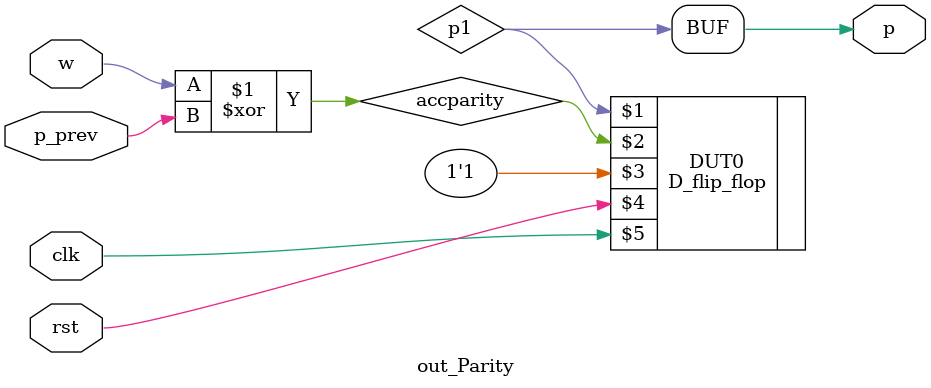
<source format=v>
`timescale 1ns / 1ps


module out_Parity(p,w,p_prev,rst,clk);
output p;
input w;// last stage output of addtion and multiplicaton output
//input p0;//when rate is other than half then this input came in picture other wise it will be zero 
input p_prev,rst,clk;
wire accresultparity;
wire p1;

assign p=p1;
xor D0(accparity,w,p_prev);//exor with previous parity but 256*256 that why previous carray not require
D_flip_flop DUT0(p1,accparity,1'b1,rst,clk);//CE is 1
endmodule

</source>
